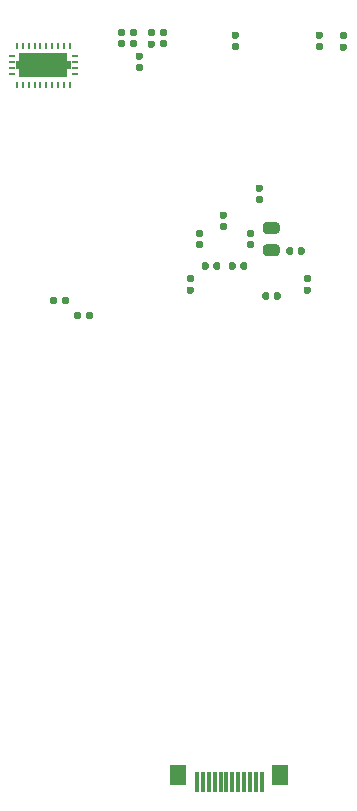
<source format=gbp>
G04 #@! TF.GenerationSoftware,KiCad,Pcbnew,5.1.6-c6e7f7d~86~ubuntu18.04.1*
G04 #@! TF.CreationDate,2021-09-21T12:25:19+02:00*
G04 #@! TF.ProjectId,nhci,6e686369-2e6b-4696-9361-645f70636258,rev?*
G04 #@! TF.SameCoordinates,Original*
G04 #@! TF.FileFunction,Paste,Bot*
G04 #@! TF.FilePolarity,Positive*
%FSLAX46Y46*%
G04 Gerber Fmt 4.6, Leading zero omitted, Abs format (unit mm)*
G04 Created by KiCad (PCBNEW 5.1.6-c6e7f7d~86~ubuntu18.04.1) date 2021-09-21 12:25:19*
%MOMM*%
%LPD*%
G01*
G04 APERTURE LIST*
%ADD10R,0.325000X0.750000*%
%ADD11R,0.600000X0.200000*%
%ADD12R,4.050000X2.050000*%
%ADD13R,0.600000X0.240000*%
%ADD14R,0.240000X0.600000*%
%ADD15R,1.400000X1.700000*%
%ADD16R,0.300000X1.700000*%
G04 APERTURE END LIST*
D10*
X47850000Y-108966000D03*
X52226000Y-108966000D03*
D11*
X47388000Y-108691000D03*
X47388000Y-109241000D03*
X52688000Y-108691000D03*
X52688000Y-109241000D03*
D12*
X50038000Y-108966000D03*
D13*
X52688000Y-108216000D03*
D14*
X52288000Y-107316000D03*
X51788000Y-107316000D03*
X51288000Y-107316000D03*
X50788000Y-107316000D03*
X50288000Y-107316000D03*
X49788000Y-107316000D03*
X49288000Y-107316000D03*
X48788000Y-107316000D03*
X48288000Y-107316000D03*
X47788000Y-107316000D03*
D13*
X47388000Y-108216000D03*
X47388000Y-109716000D03*
D14*
X47788000Y-110616000D03*
X48288000Y-110616000D03*
X48788000Y-110616000D03*
X49288000Y-110616000D03*
X49788000Y-110616000D03*
X50288000Y-110616000D03*
X50788000Y-110616000D03*
X51288000Y-110616000D03*
X51788000Y-110616000D03*
X52288000Y-110616000D03*
D13*
X52688000Y-109716000D03*
G36*
G01*
X53634000Y-130347500D02*
X53634000Y-130002500D01*
G75*
G02*
X53781500Y-129855000I147500J0D01*
G01*
X54076500Y-129855000D01*
G75*
G02*
X54224000Y-130002500I0J-147500D01*
G01*
X54224000Y-130347500D01*
G75*
G02*
X54076500Y-130495000I-147500J0D01*
G01*
X53781500Y-130495000D01*
G75*
G02*
X53634000Y-130347500I0J147500D01*
G01*
G37*
G36*
G01*
X52664000Y-130347500D02*
X52664000Y-130002500D01*
G75*
G02*
X52811500Y-129855000I147500J0D01*
G01*
X53106500Y-129855000D01*
G75*
G02*
X53254000Y-130002500I0J-147500D01*
G01*
X53254000Y-130347500D01*
G75*
G02*
X53106500Y-130495000I-147500J0D01*
G01*
X52811500Y-130495000D01*
G75*
G02*
X52664000Y-130347500I0J147500D01*
G01*
G37*
G36*
G01*
X51602000Y-129077500D02*
X51602000Y-128732500D01*
G75*
G02*
X51749500Y-128585000I147500J0D01*
G01*
X52044500Y-128585000D01*
G75*
G02*
X52192000Y-128732500I0J-147500D01*
G01*
X52192000Y-129077500D01*
G75*
G02*
X52044500Y-129225000I-147500J0D01*
G01*
X51749500Y-129225000D01*
G75*
G02*
X51602000Y-129077500I0J147500D01*
G01*
G37*
G36*
G01*
X50632000Y-129077500D02*
X50632000Y-128732500D01*
G75*
G02*
X50779500Y-128585000I147500J0D01*
G01*
X51074500Y-128585000D01*
G75*
G02*
X51222000Y-128732500I0J-147500D01*
G01*
X51222000Y-129077500D01*
G75*
G02*
X51074500Y-129225000I-147500J0D01*
G01*
X50779500Y-129225000D01*
G75*
G02*
X50632000Y-129077500I0J147500D01*
G01*
G37*
D15*
X70106000Y-169082000D03*
X61466000Y-169082000D03*
D16*
X63036000Y-169632000D03*
X63536000Y-169632000D03*
X64036000Y-169632000D03*
X64536000Y-169632000D03*
X65036000Y-169632000D03*
X65536000Y-169632000D03*
X66036000Y-169632000D03*
X66536000Y-169632000D03*
X67036000Y-169632000D03*
X67536000Y-169632000D03*
X68036000Y-169632000D03*
X68536000Y-169632000D03*
G36*
G01*
X73233500Y-107101000D02*
X73578500Y-107101000D01*
G75*
G02*
X73726000Y-107248500I0J-147500D01*
G01*
X73726000Y-107543500D01*
G75*
G02*
X73578500Y-107691000I-147500J0D01*
G01*
X73233500Y-107691000D01*
G75*
G02*
X73086000Y-107543500I0J147500D01*
G01*
X73086000Y-107248500D01*
G75*
G02*
X73233500Y-107101000I147500J0D01*
G01*
G37*
G36*
G01*
X73233500Y-106131000D02*
X73578500Y-106131000D01*
G75*
G02*
X73726000Y-106278500I0J-147500D01*
G01*
X73726000Y-106573500D01*
G75*
G02*
X73578500Y-106721000I-147500J0D01*
G01*
X73233500Y-106721000D01*
G75*
G02*
X73086000Y-106573500I0J147500D01*
G01*
X73086000Y-106278500D01*
G75*
G02*
X73233500Y-106131000I147500J0D01*
G01*
G37*
G36*
G01*
X66121500Y-107101000D02*
X66466500Y-107101000D01*
G75*
G02*
X66614000Y-107248500I0J-147500D01*
G01*
X66614000Y-107543500D01*
G75*
G02*
X66466500Y-107691000I-147500J0D01*
G01*
X66121500Y-107691000D01*
G75*
G02*
X65974000Y-107543500I0J147500D01*
G01*
X65974000Y-107248500D01*
G75*
G02*
X66121500Y-107101000I147500J0D01*
G01*
G37*
G36*
G01*
X66121500Y-106131000D02*
X66466500Y-106131000D01*
G75*
G02*
X66614000Y-106278500I0J-147500D01*
G01*
X66614000Y-106573500D01*
G75*
G02*
X66466500Y-106721000I-147500J0D01*
G01*
X66121500Y-106721000D01*
G75*
G02*
X65974000Y-106573500I0J147500D01*
G01*
X65974000Y-106278500D01*
G75*
G02*
X66121500Y-106131000I147500J0D01*
G01*
G37*
G36*
G01*
X57993500Y-108879000D02*
X58338500Y-108879000D01*
G75*
G02*
X58486000Y-109026500I0J-147500D01*
G01*
X58486000Y-109321500D01*
G75*
G02*
X58338500Y-109469000I-147500J0D01*
G01*
X57993500Y-109469000D01*
G75*
G02*
X57846000Y-109321500I0J147500D01*
G01*
X57846000Y-109026500D01*
G75*
G02*
X57993500Y-108879000I147500J0D01*
G01*
G37*
G36*
G01*
X57993500Y-107909000D02*
X58338500Y-107909000D01*
G75*
G02*
X58486000Y-108056500I0J-147500D01*
G01*
X58486000Y-108351500D01*
G75*
G02*
X58338500Y-108499000I-147500J0D01*
G01*
X57993500Y-108499000D01*
G75*
G02*
X57846000Y-108351500I0J147500D01*
G01*
X57846000Y-108056500D01*
G75*
G02*
X57993500Y-107909000I147500J0D01*
G01*
G37*
G36*
G01*
X60025500Y-106870000D02*
X60370500Y-106870000D01*
G75*
G02*
X60518000Y-107017500I0J-147500D01*
G01*
X60518000Y-107312500D01*
G75*
G02*
X60370500Y-107460000I-147500J0D01*
G01*
X60025500Y-107460000D01*
G75*
G02*
X59878000Y-107312500I0J147500D01*
G01*
X59878000Y-107017500D01*
G75*
G02*
X60025500Y-106870000I147500J0D01*
G01*
G37*
G36*
G01*
X60025500Y-105900000D02*
X60370500Y-105900000D01*
G75*
G02*
X60518000Y-106047500I0J-147500D01*
G01*
X60518000Y-106342500D01*
G75*
G02*
X60370500Y-106490000I-147500J0D01*
G01*
X60025500Y-106490000D01*
G75*
G02*
X59878000Y-106342500I0J147500D01*
G01*
X59878000Y-106047500D01*
G75*
G02*
X60025500Y-105900000I147500J0D01*
G01*
G37*
G36*
G01*
X59009500Y-106893000D02*
X59354500Y-106893000D01*
G75*
G02*
X59502000Y-107040500I0J-147500D01*
G01*
X59502000Y-107335500D01*
G75*
G02*
X59354500Y-107483000I-147500J0D01*
G01*
X59009500Y-107483000D01*
G75*
G02*
X58862000Y-107335500I0J147500D01*
G01*
X58862000Y-107040500D01*
G75*
G02*
X59009500Y-106893000I147500J0D01*
G01*
G37*
G36*
G01*
X59009500Y-105923000D02*
X59354500Y-105923000D01*
G75*
G02*
X59502000Y-106070500I0J-147500D01*
G01*
X59502000Y-106365500D01*
G75*
G02*
X59354500Y-106513000I-147500J0D01*
G01*
X59009500Y-106513000D01*
G75*
G02*
X58862000Y-106365500I0J147500D01*
G01*
X58862000Y-106070500D01*
G75*
G02*
X59009500Y-105923000I147500J0D01*
G01*
G37*
G36*
G01*
X75265500Y-107147000D02*
X75610500Y-107147000D01*
G75*
G02*
X75758000Y-107294500I0J-147500D01*
G01*
X75758000Y-107589500D01*
G75*
G02*
X75610500Y-107737000I-147500J0D01*
G01*
X75265500Y-107737000D01*
G75*
G02*
X75118000Y-107589500I0J147500D01*
G01*
X75118000Y-107294500D01*
G75*
G02*
X75265500Y-107147000I147500J0D01*
G01*
G37*
G36*
G01*
X75265500Y-106177000D02*
X75610500Y-106177000D01*
G75*
G02*
X75758000Y-106324500I0J-147500D01*
G01*
X75758000Y-106619500D01*
G75*
G02*
X75610500Y-106767000I-147500J0D01*
G01*
X75265500Y-106767000D01*
G75*
G02*
X75118000Y-106619500I0J147500D01*
G01*
X75118000Y-106324500D01*
G75*
G02*
X75265500Y-106177000I147500J0D01*
G01*
G37*
G36*
G01*
X57485500Y-106870000D02*
X57830500Y-106870000D01*
G75*
G02*
X57978000Y-107017500I0J-147500D01*
G01*
X57978000Y-107312500D01*
G75*
G02*
X57830500Y-107460000I-147500J0D01*
G01*
X57485500Y-107460000D01*
G75*
G02*
X57338000Y-107312500I0J147500D01*
G01*
X57338000Y-107017500D01*
G75*
G02*
X57485500Y-106870000I147500J0D01*
G01*
G37*
G36*
G01*
X57485500Y-105900000D02*
X57830500Y-105900000D01*
G75*
G02*
X57978000Y-106047500I0J-147500D01*
G01*
X57978000Y-106342500D01*
G75*
G02*
X57830500Y-106490000I-147500J0D01*
G01*
X57485500Y-106490000D01*
G75*
G02*
X57338000Y-106342500I0J147500D01*
G01*
X57338000Y-106047500D01*
G75*
G02*
X57485500Y-105900000I147500J0D01*
G01*
G37*
G36*
G01*
X56469500Y-106870000D02*
X56814500Y-106870000D01*
G75*
G02*
X56962000Y-107017500I0J-147500D01*
G01*
X56962000Y-107312500D01*
G75*
G02*
X56814500Y-107460000I-147500J0D01*
G01*
X56469500Y-107460000D01*
G75*
G02*
X56322000Y-107312500I0J147500D01*
G01*
X56322000Y-107017500D01*
G75*
G02*
X56469500Y-106870000I147500J0D01*
G01*
G37*
G36*
G01*
X56469500Y-105900000D02*
X56814500Y-105900000D01*
G75*
G02*
X56962000Y-106047500I0J-147500D01*
G01*
X56962000Y-106342500D01*
G75*
G02*
X56814500Y-106490000I-147500J0D01*
G01*
X56469500Y-106490000D01*
G75*
G02*
X56322000Y-106342500I0J147500D01*
G01*
X56322000Y-106047500D01*
G75*
G02*
X56469500Y-105900000I147500J0D01*
G01*
G37*
G36*
G01*
X66715000Y-126156500D02*
X66715000Y-125811500D01*
G75*
G02*
X66862500Y-125664000I147500J0D01*
G01*
X67157500Y-125664000D01*
G75*
G02*
X67305000Y-125811500I0J-147500D01*
G01*
X67305000Y-126156500D01*
G75*
G02*
X67157500Y-126304000I-147500J0D01*
G01*
X66862500Y-126304000D01*
G75*
G02*
X66715000Y-126156500I0J147500D01*
G01*
G37*
G36*
G01*
X65745000Y-126156500D02*
X65745000Y-125811500D01*
G75*
G02*
X65892500Y-125664000I147500J0D01*
G01*
X66187500Y-125664000D01*
G75*
G02*
X66335000Y-125811500I0J-147500D01*
G01*
X66335000Y-126156500D01*
G75*
G02*
X66187500Y-126304000I-147500J0D01*
G01*
X65892500Y-126304000D01*
G75*
G02*
X65745000Y-126156500I0J147500D01*
G01*
G37*
G36*
G01*
X65105500Y-122341000D02*
X65450500Y-122341000D01*
G75*
G02*
X65598000Y-122488500I0J-147500D01*
G01*
X65598000Y-122783500D01*
G75*
G02*
X65450500Y-122931000I-147500J0D01*
G01*
X65105500Y-122931000D01*
G75*
G02*
X64958000Y-122783500I0J147500D01*
G01*
X64958000Y-122488500D01*
G75*
G02*
X65105500Y-122341000I147500J0D01*
G01*
G37*
G36*
G01*
X65105500Y-121371000D02*
X65450500Y-121371000D01*
G75*
G02*
X65598000Y-121518500I0J-147500D01*
G01*
X65598000Y-121813500D01*
G75*
G02*
X65450500Y-121961000I-147500J0D01*
G01*
X65105500Y-121961000D01*
G75*
G02*
X64958000Y-121813500I0J147500D01*
G01*
X64958000Y-121518500D01*
G75*
G02*
X65105500Y-121371000I147500J0D01*
G01*
G37*
G36*
G01*
X64429000Y-126156500D02*
X64429000Y-125811500D01*
G75*
G02*
X64576500Y-125664000I147500J0D01*
G01*
X64871500Y-125664000D01*
G75*
G02*
X65019000Y-125811500I0J-147500D01*
G01*
X65019000Y-126156500D01*
G75*
G02*
X64871500Y-126304000I-147500J0D01*
G01*
X64576500Y-126304000D01*
G75*
G02*
X64429000Y-126156500I0J147500D01*
G01*
G37*
G36*
G01*
X63459000Y-126156500D02*
X63459000Y-125811500D01*
G75*
G02*
X63606500Y-125664000I147500J0D01*
G01*
X63901500Y-125664000D01*
G75*
G02*
X64049000Y-125811500I0J-147500D01*
G01*
X64049000Y-126156500D01*
G75*
G02*
X63901500Y-126304000I-147500J0D01*
G01*
X63606500Y-126304000D01*
G75*
G02*
X63459000Y-126156500I0J147500D01*
G01*
G37*
G36*
G01*
X71564000Y-124886500D02*
X71564000Y-124541500D01*
G75*
G02*
X71711500Y-124394000I147500J0D01*
G01*
X72006500Y-124394000D01*
G75*
G02*
X72154000Y-124541500I0J-147500D01*
G01*
X72154000Y-124886500D01*
G75*
G02*
X72006500Y-125034000I-147500J0D01*
G01*
X71711500Y-125034000D01*
G75*
G02*
X71564000Y-124886500I0J147500D01*
G01*
G37*
G36*
G01*
X70594000Y-124886500D02*
X70594000Y-124541500D01*
G75*
G02*
X70741500Y-124394000I147500J0D01*
G01*
X71036500Y-124394000D01*
G75*
G02*
X71184000Y-124541500I0J-147500D01*
G01*
X71184000Y-124886500D01*
G75*
G02*
X71036500Y-125034000I-147500J0D01*
G01*
X70741500Y-125034000D01*
G75*
G02*
X70594000Y-124886500I0J147500D01*
G01*
G37*
G36*
G01*
X62656500Y-127341000D02*
X62311500Y-127341000D01*
G75*
G02*
X62164000Y-127193500I0J147500D01*
G01*
X62164000Y-126898500D01*
G75*
G02*
X62311500Y-126751000I147500J0D01*
G01*
X62656500Y-126751000D01*
G75*
G02*
X62804000Y-126898500I0J-147500D01*
G01*
X62804000Y-127193500D01*
G75*
G02*
X62656500Y-127341000I-147500J0D01*
G01*
G37*
G36*
G01*
X62656500Y-128311000D02*
X62311500Y-128311000D01*
G75*
G02*
X62164000Y-128163500I0J147500D01*
G01*
X62164000Y-127868500D01*
G75*
G02*
X62311500Y-127721000I147500J0D01*
G01*
X62656500Y-127721000D01*
G75*
G02*
X62804000Y-127868500I0J-147500D01*
G01*
X62804000Y-128163500D01*
G75*
G02*
X62656500Y-128311000I-147500J0D01*
G01*
G37*
G36*
G01*
X68885750Y-124148000D02*
X69798250Y-124148000D01*
G75*
G02*
X70042000Y-124391750I0J-243750D01*
G01*
X70042000Y-124879250D01*
G75*
G02*
X69798250Y-125123000I-243750J0D01*
G01*
X68885750Y-125123000D01*
G75*
G02*
X68642000Y-124879250I0J243750D01*
G01*
X68642000Y-124391750D01*
G75*
G02*
X68885750Y-124148000I243750J0D01*
G01*
G37*
G36*
G01*
X68885750Y-122273000D02*
X69798250Y-122273000D01*
G75*
G02*
X70042000Y-122516750I0J-243750D01*
G01*
X70042000Y-123004250D01*
G75*
G02*
X69798250Y-123248000I-243750J0D01*
G01*
X68885750Y-123248000D01*
G75*
G02*
X68642000Y-123004250I0J243750D01*
G01*
X68642000Y-122516750D01*
G75*
G02*
X68885750Y-122273000I243750J0D01*
G01*
G37*
G36*
G01*
X67391500Y-123888000D02*
X67736500Y-123888000D01*
G75*
G02*
X67884000Y-124035500I0J-147500D01*
G01*
X67884000Y-124330500D01*
G75*
G02*
X67736500Y-124478000I-147500J0D01*
G01*
X67391500Y-124478000D01*
G75*
G02*
X67244000Y-124330500I0J147500D01*
G01*
X67244000Y-124035500D01*
G75*
G02*
X67391500Y-123888000I147500J0D01*
G01*
G37*
G36*
G01*
X67391500Y-122918000D02*
X67736500Y-122918000D01*
G75*
G02*
X67884000Y-123065500I0J-147500D01*
G01*
X67884000Y-123360500D01*
G75*
G02*
X67736500Y-123508000I-147500J0D01*
G01*
X67391500Y-123508000D01*
G75*
G02*
X67244000Y-123360500I0J147500D01*
G01*
X67244000Y-123065500D01*
G75*
G02*
X67391500Y-122918000I147500J0D01*
G01*
G37*
G36*
G01*
X72562500Y-127341000D02*
X72217500Y-127341000D01*
G75*
G02*
X72070000Y-127193500I0J147500D01*
G01*
X72070000Y-126898500D01*
G75*
G02*
X72217500Y-126751000I147500J0D01*
G01*
X72562500Y-126751000D01*
G75*
G02*
X72710000Y-126898500I0J-147500D01*
G01*
X72710000Y-127193500D01*
G75*
G02*
X72562500Y-127341000I-147500J0D01*
G01*
G37*
G36*
G01*
X72562500Y-128311000D02*
X72217500Y-128311000D01*
G75*
G02*
X72070000Y-128163500I0J147500D01*
G01*
X72070000Y-127868500D01*
G75*
G02*
X72217500Y-127721000I147500J0D01*
G01*
X72562500Y-127721000D01*
G75*
G02*
X72710000Y-127868500I0J-147500D01*
G01*
X72710000Y-128163500D01*
G75*
G02*
X72562500Y-128311000I-147500J0D01*
G01*
G37*
G36*
G01*
X69175000Y-128351500D02*
X69175000Y-128696500D01*
G75*
G02*
X69027500Y-128844000I-147500J0D01*
G01*
X68732500Y-128844000D01*
G75*
G02*
X68585000Y-128696500I0J147500D01*
G01*
X68585000Y-128351500D01*
G75*
G02*
X68732500Y-128204000I147500J0D01*
G01*
X69027500Y-128204000D01*
G75*
G02*
X69175000Y-128351500I0J-147500D01*
G01*
G37*
G36*
G01*
X70145000Y-128351500D02*
X70145000Y-128696500D01*
G75*
G02*
X69997500Y-128844000I-147500J0D01*
G01*
X69702500Y-128844000D01*
G75*
G02*
X69555000Y-128696500I0J147500D01*
G01*
X69555000Y-128351500D01*
G75*
G02*
X69702500Y-128204000I147500J0D01*
G01*
X69997500Y-128204000D01*
G75*
G02*
X70145000Y-128351500I0J-147500D01*
G01*
G37*
G36*
G01*
X63073500Y-123888000D02*
X63418500Y-123888000D01*
G75*
G02*
X63566000Y-124035500I0J-147500D01*
G01*
X63566000Y-124330500D01*
G75*
G02*
X63418500Y-124478000I-147500J0D01*
G01*
X63073500Y-124478000D01*
G75*
G02*
X62926000Y-124330500I0J147500D01*
G01*
X62926000Y-124035500D01*
G75*
G02*
X63073500Y-123888000I147500J0D01*
G01*
G37*
G36*
G01*
X63073500Y-122918000D02*
X63418500Y-122918000D01*
G75*
G02*
X63566000Y-123065500I0J-147500D01*
G01*
X63566000Y-123360500D01*
G75*
G02*
X63418500Y-123508000I-147500J0D01*
G01*
X63073500Y-123508000D01*
G75*
G02*
X62926000Y-123360500I0J147500D01*
G01*
X62926000Y-123065500D01*
G75*
G02*
X63073500Y-122918000I147500J0D01*
G01*
G37*
G36*
G01*
X68153500Y-120055000D02*
X68498500Y-120055000D01*
G75*
G02*
X68646000Y-120202500I0J-147500D01*
G01*
X68646000Y-120497500D01*
G75*
G02*
X68498500Y-120645000I-147500J0D01*
G01*
X68153500Y-120645000D01*
G75*
G02*
X68006000Y-120497500I0J147500D01*
G01*
X68006000Y-120202500D01*
G75*
G02*
X68153500Y-120055000I147500J0D01*
G01*
G37*
G36*
G01*
X68153500Y-119085000D02*
X68498500Y-119085000D01*
G75*
G02*
X68646000Y-119232500I0J-147500D01*
G01*
X68646000Y-119527500D01*
G75*
G02*
X68498500Y-119675000I-147500J0D01*
G01*
X68153500Y-119675000D01*
G75*
G02*
X68006000Y-119527500I0J147500D01*
G01*
X68006000Y-119232500D01*
G75*
G02*
X68153500Y-119085000I147500J0D01*
G01*
G37*
M02*

</source>
